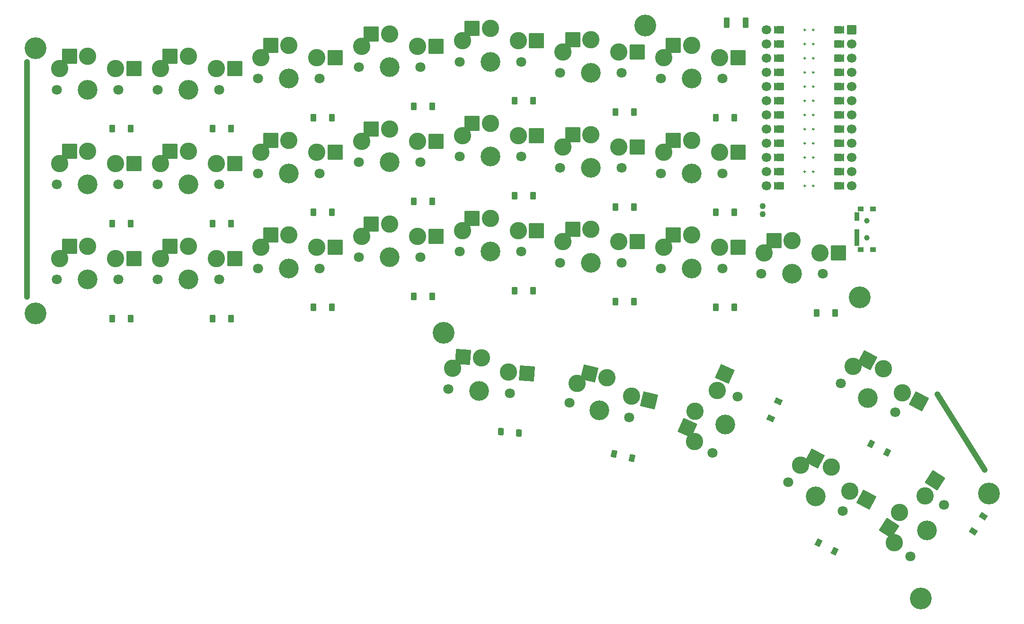
<source format=gbr>
%TF.GenerationSoftware,KiCad,Pcbnew,6.0.7*%
%TF.CreationDate,2022-09-18T19:07:02-04:00*%
%TF.ProjectId,flutter_v2_wren,666c7574-7465-4725-9f76-325f7772656e,v1.0.0*%
%TF.SameCoordinates,Original*%
%TF.FileFunction,Soldermask,Bot*%
%TF.FilePolarity,Negative*%
%FSLAX46Y46*%
G04 Gerber Fmt 4.6, Leading zero omitted, Abs format (unit mm)*
G04 Created by KiCad (PCBNEW 6.0.7) date 2022-09-18 19:07:02*
%MOMM*%
%LPD*%
G01*
G04 APERTURE LIST*
G04 Aperture macros list*
%AMRoundRect*
0 Rectangle with rounded corners*
0 $1 Rounding radius*
0 $2 $3 $4 $5 $6 $7 $8 $9 X,Y pos of 4 corners*
0 Add a 4 corners polygon primitive as box body*
4,1,4,$2,$3,$4,$5,$6,$7,$8,$9,$2,$3,0*
0 Add four circle primitives for the rounded corners*
1,1,$1+$1,$2,$3*
1,1,$1+$1,$4,$5*
1,1,$1+$1,$6,$7*
1,1,$1+$1,$8,$9*
0 Add four rect primitives between the rounded corners*
20,1,$1+$1,$2,$3,$4,$5,0*
20,1,$1+$1,$4,$5,$6,$7,0*
20,1,$1+$1,$6,$7,$8,$9,0*
20,1,$1+$1,$8,$9,$2,$3,0*%
%AMFreePoly0*
4,1,14,0.635355,0.435355,0.650000,0.400000,0.650000,0.200000,0.635355,0.164645,0.035355,-0.435355,0.000000,-0.450000,-0.035355,-0.435355,-0.635355,0.164645,-0.650000,0.200000,-0.650000,0.400000,-0.635355,0.435355,-0.600000,0.450000,0.600000,0.450000,0.635355,0.435355,0.635355,0.435355,$1*%
%AMFreePoly1*
4,1,16,0.635355,1.035355,0.650000,1.000000,0.650000,-0.250000,0.635355,-0.285355,0.600000,-0.300000,-0.600000,-0.300000,-0.635355,-0.285355,-0.650000,-0.250000,-0.650000,1.000000,-0.635355,1.035355,-0.600000,1.050000,-0.564645,1.035355,0.000000,0.470710,0.564645,1.035355,0.600000,1.050000,0.635355,1.035355,0.635355,1.035355,$1*%
G04 Aperture macros list end*
%ADD10C,1.000000*%
%ADD11C,0.250000*%
%ADD12C,0.100000*%
%ADD13C,1.100000*%
%ADD14RoundRect,0.050000X0.450000X0.600000X-0.450000X0.600000X-0.450000X-0.600000X0.450000X-0.600000X0*%
%ADD15RoundRect,0.050000X0.679009X0.318506X-0.115643X0.741031X-0.679009X-0.318506X0.115643X-0.741031X0*%
%ADD16C,3.900000*%
%ADD17C,1.801800*%
%ADD18C,3.100000*%
%ADD19C,3.529000*%
%ADD20RoundRect,0.050000X-1.300000X-1.300000X1.300000X-1.300000X1.300000X1.300000X-1.300000X1.300000X0*%
%ADD21RoundRect,0.050000X0.382241X-1.798302X1.798302X0.382241X-0.382241X1.798302X-1.798302X-0.382241X0*%
%ADD22RoundRect,0.050000X-1.758145X-0.537519X0.537519X-1.758145X1.758145X0.537519X-0.537519X1.758145X0*%
%ADD23RoundRect,0.050000X-1.387517X-1.206150X1.206150X-1.387517X1.387517X1.206150X-1.206150X1.387517X0*%
%ADD24RoundRect,0.050000X-0.500000X-0.400000X0.500000X-0.400000X0.500000X0.400000X-0.500000X0.400000X0*%
%ADD25C,1.000000*%
%ADD26RoundRect,0.050000X-0.350000X-0.750000X0.350000X-0.750000X0.350000X0.750000X-0.350000X0.750000X0*%
%ADD27RoundRect,0.050000X-1.567560X-0.960602X0.960602X-1.567560X1.567560X0.960602X-0.960602X1.567560X0*%
%ADD28RoundRect,0.050000X-0.365096X0.655137X-0.731159X-0.167053X0.365096X-0.655137X0.731159X0.167053X0*%
%ADD29RoundRect,0.050000X0.490758X0.567148X-0.407050X0.629929X-0.490758X-0.567148X0.407050X-0.629929X0*%
%ADD30RoundRect,0.050000X0.658851X-1.716367X1.716367X0.658851X-0.658851X1.716367X-1.716367X-0.658851X0*%
%ADD31RoundRect,0.050000X-0.258115X0.704185X-0.748290X-0.050618X0.258115X-0.704185X0.748290X0.050618X0*%
%ADD32RoundRect,0.050000X0.577634X0.478372X-0.297499X0.688472X-0.577634X-0.478372X0.297499X-0.688472X0*%
%ADD33C,1.700000*%
%ADD34FreePoly0,270.000000*%
%ADD35FreePoly0,90.000000*%
%ADD36RoundRect,0.050000X-0.800000X0.800000X-0.800000X-0.800000X0.800000X-0.800000X0.800000X0.800000X0*%
%ADD37FreePoly1,90.000000*%
%ADD38FreePoly1,270.000000*%
%ADD39RoundRect,0.050000X-0.450000X-0.850000X0.450000X-0.850000X0.450000X0.850000X-0.450000X0.850000X0*%
G04 APERTURE END LIST*
D10*
X151932595Y-20572423D02*
X160432595Y-34072423D01*
X-10822339Y38925536D02*
X-10822339Y-3074464D01*
D11*
%TO.C,MCU1*%
X128363000Y26940000D02*
G75*
G03*
X128363000Y26940000I-125000J0D01*
G01*
X128363000Y34560000D02*
G75*
G03*
X128363000Y34560000I-125000J0D01*
G01*
X129887000Y26940000D02*
G75*
G03*
X129887000Y26940000I-125000J0D01*
G01*
X129887000Y37100000D02*
G75*
G03*
X129887000Y37100000I-125000J0D01*
G01*
X129887000Y24400000D02*
G75*
G03*
X129887000Y24400000I-125000J0D01*
G01*
X129887000Y29480000D02*
G75*
G03*
X129887000Y29480000I-125000J0D01*
G01*
X128363000Y19320000D02*
G75*
G03*
X128363000Y19320000I-125000J0D01*
G01*
X128363000Y21860000D02*
G75*
G03*
X128363000Y21860000I-125000J0D01*
G01*
X128363000Y39640000D02*
G75*
G03*
X128363000Y39640000I-125000J0D01*
G01*
X129887000Y19320000D02*
G75*
G03*
X129887000Y19320000I-125000J0D01*
G01*
X129887000Y21860000D02*
G75*
G03*
X129887000Y21860000I-125000J0D01*
G01*
X129887000Y34560000D02*
G75*
G03*
X129887000Y34560000I-125000J0D01*
G01*
X128363000Y24400000D02*
G75*
G03*
X128363000Y24400000I-125000J0D01*
G01*
X129887000Y32020000D02*
G75*
G03*
X129887000Y32020000I-125000J0D01*
G01*
X129887000Y42180000D02*
G75*
G03*
X129887000Y42180000I-125000J0D01*
G01*
X128363000Y32020000D02*
G75*
G03*
X128363000Y32020000I-125000J0D01*
G01*
X128363000Y29480000D02*
G75*
G03*
X128363000Y29480000I-125000J0D01*
G01*
X129887000Y39640000D02*
G75*
G03*
X129887000Y39640000I-125000J0D01*
G01*
X129887000Y16780000D02*
G75*
G03*
X129887000Y16780000I-125000J0D01*
G01*
X128363000Y37100000D02*
G75*
G03*
X128363000Y37100000I-125000J0D01*
G01*
X128363000Y42180000D02*
G75*
G03*
X128363000Y42180000I-125000J0D01*
G01*
X128363000Y44720000D02*
G75*
G03*
X128363000Y44720000I-125000J0D01*
G01*
X128363000Y16780000D02*
G75*
G03*
X128363000Y16780000I-125000J0D01*
G01*
X129887000Y44720000D02*
G75*
G03*
X129887000Y44720000I-125000J0D01*
G01*
G36*
X123920000Y28972000D02*
G01*
X122904000Y28972000D01*
X122904000Y29988000D01*
X123920000Y29988000D01*
X123920000Y28972000D01*
G37*
D12*
X123920000Y28972000D02*
X122904000Y28972000D01*
X122904000Y29988000D01*
X123920000Y29988000D01*
X123920000Y28972000D01*
G36*
X135096000Y18812000D02*
G01*
X134080000Y18812000D01*
X134080000Y19828000D01*
X135096000Y19828000D01*
X135096000Y18812000D01*
G37*
X135096000Y18812000D02*
X134080000Y18812000D01*
X134080000Y19828000D01*
X135096000Y19828000D01*
X135096000Y18812000D01*
G36*
X123920000Y31512000D02*
G01*
X122904000Y31512000D01*
X122904000Y32528000D01*
X123920000Y32528000D01*
X123920000Y31512000D01*
G37*
X123920000Y31512000D02*
X122904000Y31512000D01*
X122904000Y32528000D01*
X123920000Y32528000D01*
X123920000Y31512000D01*
G36*
X135096000Y23892000D02*
G01*
X134080000Y23892000D01*
X134080000Y24908000D01*
X135096000Y24908000D01*
X135096000Y23892000D01*
G37*
X135096000Y23892000D02*
X134080000Y23892000D01*
X134080000Y24908000D01*
X135096000Y24908000D01*
X135096000Y23892000D01*
G36*
X135096000Y26432000D02*
G01*
X134080000Y26432000D01*
X134080000Y27448000D01*
X135096000Y27448000D01*
X135096000Y26432000D01*
G37*
X135096000Y26432000D02*
X134080000Y26432000D01*
X134080000Y27448000D01*
X135096000Y27448000D01*
X135096000Y26432000D01*
G36*
X123920000Y26432000D02*
G01*
X122904000Y26432000D01*
X122904000Y27448000D01*
X123920000Y27448000D01*
X123920000Y26432000D01*
G37*
X123920000Y26432000D02*
X122904000Y26432000D01*
X122904000Y27448000D01*
X123920000Y27448000D01*
X123920000Y26432000D01*
G36*
X135096000Y34052000D02*
G01*
X134080000Y34052000D01*
X134080000Y35068000D01*
X135096000Y35068000D01*
X135096000Y34052000D01*
G37*
X135096000Y34052000D02*
X134080000Y34052000D01*
X134080000Y35068000D01*
X135096000Y35068000D01*
X135096000Y34052000D01*
G36*
X135096000Y21352000D02*
G01*
X134080000Y21352000D01*
X134080000Y22368000D01*
X135096000Y22368000D01*
X135096000Y21352000D01*
G37*
X135096000Y21352000D02*
X134080000Y21352000D01*
X134080000Y22368000D01*
X135096000Y22368000D01*
X135096000Y21352000D01*
G36*
X123920000Y36592000D02*
G01*
X122904000Y36592000D01*
X122904000Y37608000D01*
X123920000Y37608000D01*
X123920000Y36592000D01*
G37*
X123920000Y36592000D02*
X122904000Y36592000D01*
X122904000Y37608000D01*
X123920000Y37608000D01*
X123920000Y36592000D01*
G36*
X135096000Y41672000D02*
G01*
X134080000Y41672000D01*
X134080000Y42688000D01*
X135096000Y42688000D01*
X135096000Y41672000D01*
G37*
X135096000Y41672000D02*
X134080000Y41672000D01*
X134080000Y42688000D01*
X135096000Y42688000D01*
X135096000Y41672000D01*
G36*
X123920000Y23892000D02*
G01*
X122904000Y23892000D01*
X122904000Y24908000D01*
X123920000Y24908000D01*
X123920000Y23892000D01*
G37*
X123920000Y23892000D02*
X122904000Y23892000D01*
X122904000Y24908000D01*
X123920000Y24908000D01*
X123920000Y23892000D01*
G36*
X123920000Y21352000D02*
G01*
X122904000Y21352000D01*
X122904000Y22368000D01*
X123920000Y22368000D01*
X123920000Y21352000D01*
G37*
X123920000Y21352000D02*
X122904000Y21352000D01*
X122904000Y22368000D01*
X123920000Y22368000D01*
X123920000Y21352000D01*
G36*
X135096000Y16272000D02*
G01*
X134080000Y16272000D01*
X134080000Y17288000D01*
X135096000Y17288000D01*
X135096000Y16272000D01*
G37*
X135096000Y16272000D02*
X134080000Y16272000D01*
X134080000Y17288000D01*
X135096000Y17288000D01*
X135096000Y16272000D01*
G36*
X135096000Y36592000D02*
G01*
X134080000Y36592000D01*
X134080000Y37608000D01*
X135096000Y37608000D01*
X135096000Y36592000D01*
G37*
X135096000Y36592000D02*
X134080000Y36592000D01*
X134080000Y37608000D01*
X135096000Y37608000D01*
X135096000Y36592000D01*
G36*
X123920000Y44212000D02*
G01*
X122904000Y44212000D01*
X122904000Y45228000D01*
X123920000Y45228000D01*
X123920000Y44212000D01*
G37*
X123920000Y44212000D02*
X122904000Y44212000D01*
X122904000Y45228000D01*
X123920000Y45228000D01*
X123920000Y44212000D01*
G36*
X123920000Y39132000D02*
G01*
X122904000Y39132000D01*
X122904000Y40148000D01*
X123920000Y40148000D01*
X123920000Y39132000D01*
G37*
X123920000Y39132000D02*
X122904000Y39132000D01*
X122904000Y40148000D01*
X123920000Y40148000D01*
X123920000Y39132000D01*
G36*
X123920000Y18812000D02*
G01*
X122904000Y18812000D01*
X122904000Y19828000D01*
X123920000Y19828000D01*
X123920000Y18812000D01*
G37*
X123920000Y18812000D02*
X122904000Y18812000D01*
X122904000Y19828000D01*
X123920000Y19828000D01*
X123920000Y18812000D01*
G36*
X135096000Y31512000D02*
G01*
X134080000Y31512000D01*
X134080000Y32528000D01*
X135096000Y32528000D01*
X135096000Y31512000D01*
G37*
X135096000Y31512000D02*
X134080000Y31512000D01*
X134080000Y32528000D01*
X135096000Y32528000D01*
X135096000Y31512000D01*
G36*
X135096000Y44212000D02*
G01*
X134080000Y44212000D01*
X134080000Y45228000D01*
X135096000Y45228000D01*
X135096000Y44212000D01*
G37*
X135096000Y44212000D02*
X134080000Y44212000D01*
X134080000Y45228000D01*
X135096000Y45228000D01*
X135096000Y44212000D01*
G36*
X135096000Y39132000D02*
G01*
X134080000Y39132000D01*
X134080000Y40148000D01*
X135096000Y40148000D01*
X135096000Y39132000D01*
G37*
X135096000Y39132000D02*
X134080000Y39132000D01*
X134080000Y40148000D01*
X135096000Y40148000D01*
X135096000Y39132000D01*
G36*
X123920000Y41672000D02*
G01*
X122904000Y41672000D01*
X122904000Y42688000D01*
X123920000Y42688000D01*
X123920000Y41672000D01*
G37*
X123920000Y41672000D02*
X122904000Y41672000D01*
X122904000Y42688000D01*
X123920000Y42688000D01*
X123920000Y41672000D01*
G36*
X135096000Y28972000D02*
G01*
X134080000Y28972000D01*
X134080000Y29988000D01*
X135096000Y29988000D01*
X135096000Y28972000D01*
G37*
X135096000Y28972000D02*
X134080000Y28972000D01*
X134080000Y29988000D01*
X135096000Y29988000D01*
X135096000Y28972000D01*
G36*
X123920000Y16272000D02*
G01*
X122904000Y16272000D01*
X122904000Y17288000D01*
X123920000Y17288000D01*
X123920000Y16272000D01*
G37*
X123920000Y16272000D02*
X122904000Y16272000D01*
X122904000Y17288000D01*
X123920000Y17288000D01*
X123920000Y16272000D01*
G36*
X123920000Y34052000D02*
G01*
X122904000Y34052000D01*
X122904000Y35068000D01*
X123920000Y35068000D01*
X123920000Y34052000D01*
G37*
X123920000Y34052000D02*
X122904000Y34052000D01*
X122904000Y35068000D01*
X123920000Y35068000D01*
X123920000Y34052000D01*
%TD*%
D13*
%TO.C,*%
X120677661Y13175536D03*
X120677661Y11675536D03*
%TD*%
D14*
%TO.C,D1*%
X7650000Y-7000000D03*
X4350000Y-7000000D03*
%TD*%
%TO.C,D2*%
X7650000Y10000000D03*
X4350000Y10000000D03*
%TD*%
%TO.C,D3*%
X7650000Y27000000D03*
X4350000Y27000000D03*
%TD*%
D15*
%TO.C,D24*%
X143013559Y-30998308D03*
X140099831Y-29449052D03*
%TD*%
D16*
%TO.C,REF\u002A\u002A*%
X63677661Y-9574464D03*
%TD*%
D17*
%TO.C,S2*%
X5500000Y17000000D03*
X-5500000Y17000000D03*
D18*
X0Y22950000D03*
D19*
X0Y17000000D03*
D18*
X0Y22950000D03*
X5000000Y20750000D03*
X-5000000Y20750000D03*
D20*
X-3275000Y22950000D03*
X8275000Y20750000D03*
%TD*%
D18*
%TO.C,S25*%
X145144101Y-41736944D03*
X145144101Y-41736944D03*
X144265981Y-47128502D03*
D17*
X153129706Y-40364858D03*
X147138676Y-49590234D03*
D18*
X149712372Y-38741797D03*
D19*
X150134191Y-44977546D03*
D21*
X143360408Y-44483590D03*
X151496064Y-35995151D03*
%TD*%
D15*
%TO.C,D23*%
X133624127Y-48657260D03*
X130710399Y-47108004D03*
%TD*%
D17*
%TO.C,S7*%
X30500000Y2000000D03*
D18*
X36000000Y7950000D03*
X36000000Y7950000D03*
D19*
X36000000Y2000000D03*
D18*
X41000000Y5750000D03*
D17*
X41500000Y2000000D03*
D18*
X31000000Y5750000D03*
D20*
X32725000Y7950000D03*
X44275000Y5750000D03*
%TD*%
D18*
%TO.C,S17*%
X85000000Y23750000D03*
D19*
X90000000Y20000000D03*
D18*
X95000000Y23750000D03*
X90000000Y25950000D03*
X90000000Y25950000D03*
D17*
X84500000Y20000000D03*
X95500000Y20000000D03*
D20*
X86725000Y25950000D03*
X98275000Y23750000D03*
%TD*%
D16*
%TO.C,REF\u002A\u002A*%
X99677661Y45483540D03*
%TD*%
D17*
%TO.C,S14*%
X77500000Y22000000D03*
D19*
X72000000Y22000000D03*
D18*
X72000000Y27950000D03*
D17*
X66500000Y22000000D03*
D18*
X67000000Y25750000D03*
X77000000Y25750000D03*
X72000000Y27950000D03*
D20*
X68725000Y27950000D03*
X80275000Y25750000D03*
%TD*%
D19*
%TO.C,S11*%
X54000000Y21000000D03*
D18*
X49000000Y24750000D03*
D17*
X48500000Y21000000D03*
D18*
X59000000Y24750000D03*
X54000000Y26950000D03*
D17*
X59500000Y21000000D03*
D18*
X54000000Y26950000D03*
D20*
X50725000Y26950000D03*
X62275000Y24750000D03*
%TD*%
D14*
%TO.C,D17*%
X97650000Y13000000D03*
X94350000Y13000000D03*
%TD*%
D17*
%TO.C,S8*%
X30500000Y19000000D03*
X41500000Y19000000D03*
D18*
X36000000Y24950000D03*
X31000000Y22750000D03*
X36000000Y24950000D03*
X41000000Y22750000D03*
D19*
X36000000Y19000000D03*
D20*
X32725000Y24950000D03*
X44275000Y22750000D03*
%TD*%
D16*
%TO.C,REF\u002A\u002A*%
X-9322339Y-6074464D03*
%TD*%
D18*
%TO.C,S18*%
X90000000Y42950000D03*
X90000000Y42950000D03*
D17*
X95500000Y37000000D03*
D18*
X95000000Y40750000D03*
D17*
X84500000Y37000000D03*
D18*
X85000000Y40750000D03*
D19*
X90000000Y37000000D03*
D20*
X86725000Y42950000D03*
X98275000Y40750000D03*
%TD*%
D17*
%TO.C,S6*%
X12500000Y34000000D03*
D18*
X23000000Y37750000D03*
D17*
X23500000Y34000000D03*
D18*
X18000000Y39950000D03*
X18000000Y39950000D03*
D19*
X18000000Y34000000D03*
D18*
X13000000Y37750000D03*
D20*
X14725000Y39950000D03*
X26275000Y37750000D03*
%TD*%
D16*
%TO.C,REF\u002A\u002A*%
X138054479Y-3222702D03*
%TD*%
D14*
%TO.C,D11*%
X61650000Y14000000D03*
X58350000Y14000000D03*
%TD*%
D16*
%TO.C,REF\u002A\u002A*%
X149005076Y-57092882D03*
%TD*%
D14*
%TO.C,D19*%
X115650000Y-5000000D03*
X112350000Y-5000000D03*
%TD*%
D18*
%TO.C,S4*%
X18000000Y5950000D03*
D17*
X12500000Y0D03*
D18*
X23000000Y3750000D03*
D17*
X23500000Y0D03*
D19*
X18000000Y0D03*
D18*
X13000000Y3750000D03*
X18000000Y5950000D03*
D20*
X14725000Y5950000D03*
X26275000Y3750000D03*
%TD*%
D18*
%TO.C,S24*%
X142338666Y-15972679D03*
D19*
X139545310Y-21226217D03*
D17*
X134689098Y-18644123D03*
D18*
X142338666Y-15972679D03*
X145720566Y-20262521D03*
X136891090Y-15567806D03*
D17*
X144401522Y-23808311D03*
D22*
X139447012Y-14435159D03*
X148612220Y-21800041D03*
%TD*%
D14*
%TO.C,D20*%
X115650000Y12000000D03*
X112350000Y12000000D03*
%TD*%
D17*
%TO.C,S10*%
X48500000Y4000000D03*
X59500000Y4000000D03*
D18*
X59000000Y7750000D03*
D19*
X54000000Y4000000D03*
D18*
X49000000Y7750000D03*
X54000000Y9950000D03*
X54000000Y9950000D03*
D20*
X50725000Y9950000D03*
X62275000Y7750000D03*
%TD*%
D18*
%TO.C,S3*%
X0Y39950000D03*
D17*
X5500000Y34000000D03*
D18*
X-5000000Y37750000D03*
X0Y39950000D03*
X5000000Y37750000D03*
D19*
X0Y34000000D03*
D17*
X-5500000Y34000000D03*
D20*
X-3275000Y39950000D03*
X8275000Y37750000D03*
%TD*%
D18*
%TO.C,S27*%
X65273767Y-15910352D03*
D17*
X75486602Y-20383661D03*
D18*
X75249407Y-16607917D03*
X70415051Y-14064494D03*
D19*
X70000000Y-20000000D03*
D18*
X70415051Y-14064494D03*
D17*
X64513398Y-19616339D03*
D23*
X67148029Y-13836041D03*
X78516429Y-16836370D03*
%TD*%
D18*
%TO.C,S13*%
X77000000Y8750000D03*
X72000000Y10950000D03*
X72000000Y10950000D03*
D17*
X66500000Y5000000D03*
X77500000Y5000000D03*
D18*
X67000000Y8750000D03*
D19*
X72000000Y5000000D03*
D20*
X68725000Y10950000D03*
X80275000Y8750000D03*
%TD*%
D14*
%TO.C,D18*%
X97650000Y30000000D03*
X94350000Y30000000D03*
%TD*%
D18*
%TO.C,S21*%
X103000000Y39750000D03*
X108000000Y41950000D03*
D17*
X113500000Y36000000D03*
D18*
X113000000Y39750000D03*
X108000000Y41950000D03*
D17*
X102500000Y36000000D03*
D19*
X108000000Y36000000D03*
D20*
X104725000Y41950000D03*
X116275000Y39750000D03*
%TD*%
D18*
%TO.C,S20*%
X108000000Y24950000D03*
D17*
X102500000Y19000000D03*
D18*
X113000000Y22750000D03*
X103000000Y22750000D03*
D17*
X113500000Y19000000D03*
D18*
X108000000Y24950000D03*
D19*
X108000000Y19000000D03*
D20*
X104725000Y24950000D03*
X116275000Y22750000D03*
%TD*%
D14*
%TO.C,D10*%
X61650000Y-3000000D03*
X58350000Y-3000000D03*
%TD*%
%TO.C,D13*%
X79650000Y-2000000D03*
X76350000Y-2000000D03*
%TD*%
%TO.C,D15*%
X79650000Y32000000D03*
X76350000Y32000000D03*
%TD*%
D24*
%TO.C,*%
X138220000Y5350000D03*
D25*
X139330000Y10500000D03*
D24*
X140430000Y12650000D03*
D25*
X139330000Y10500000D03*
D24*
X140430000Y5350000D03*
D25*
X139330000Y7500000D03*
D24*
X138220000Y12650000D03*
D25*
X139330000Y7500000D03*
D26*
X137570000Y11250000D03*
X137570000Y8250000D03*
X137570000Y6750000D03*
%TD*%
D14*
%TO.C,D26*%
X133650000Y-6000000D03*
X130350000Y-6000000D03*
%TD*%
D18*
%TO.C,S15*%
X72000000Y44950000D03*
D17*
X77500000Y39000000D03*
D19*
X72000000Y39000000D03*
D18*
X77000000Y42750000D03*
X67000000Y42750000D03*
X72000000Y44950000D03*
D17*
X66500000Y39000000D03*
D20*
X68725000Y44950000D03*
X80275000Y42750000D03*
%TD*%
D14*
%TO.C,D4*%
X25650000Y-7000000D03*
X22350000Y-7000000D03*
%TD*%
D19*
%TO.C,S5*%
X18000000Y17000000D03*
D18*
X18000000Y22950000D03*
D17*
X12500000Y17000000D03*
D18*
X13000000Y20750000D03*
X23000000Y20750000D03*
D17*
X23500000Y17000000D03*
D18*
X18000000Y22950000D03*
D20*
X14725000Y22950000D03*
X26275000Y20750000D03*
%TD*%
D19*
%TO.C,S9*%
X36000000Y36000000D03*
D18*
X36000000Y41950000D03*
X31000000Y39750000D03*
D17*
X30500000Y36000000D03*
D18*
X36000000Y41950000D03*
D17*
X41500000Y36000000D03*
D18*
X41000000Y39750000D03*
D20*
X32725000Y41950000D03*
X44275000Y39750000D03*
%TD*%
D14*
%TO.C,D7*%
X43650000Y-5000000D03*
X40350000Y-5000000D03*
%TD*%
D18*
%TO.C,S16*%
X90000000Y8950000D03*
D19*
X90000000Y3000000D03*
D18*
X90000000Y8950000D03*
D17*
X84500000Y3000000D03*
X95500000Y3000000D03*
D18*
X85000000Y6750000D03*
X95000000Y6750000D03*
D20*
X86725000Y8950000D03*
X98275000Y6750000D03*
%TD*%
D18*
%TO.C,S28*%
X87513571Y-18586386D03*
D17*
X86151965Y-22116050D03*
D19*
X91500000Y-23400000D03*
D18*
X92889000Y-17614399D03*
D17*
X96848035Y-24683950D03*
D18*
X92889000Y-17614399D03*
X97237270Y-20920840D03*
D27*
X89704488Y-16849865D03*
X100421781Y-21685373D03*
%TD*%
D14*
%TO.C,D16*%
X97650000Y-4000000D03*
X94350000Y-4000000D03*
%TD*%
%TO.C,D8*%
X43650000Y12000000D03*
X40350000Y12000000D03*
%TD*%
D28*
%TO.C,D22*%
X123506353Y-21858534D03*
X122164123Y-24873234D03*
%TD*%
D29*
%TO.C,D27*%
X77143070Y-27516585D03*
X73851108Y-27286389D03*
%TD*%
D18*
%TO.C,S22*%
X108564405Y-23579917D03*
X108540521Y-29042465D03*
X108564405Y-23579917D03*
X112607888Y-19907010D03*
D17*
X116237052Y-20975500D03*
D19*
X114000000Y-26000000D03*
D17*
X111762948Y-31024500D03*
D30*
X107232342Y-26571778D03*
X113939950Y-16915149D03*
%TD*%
D31*
%TO.C,D25*%
X160171373Y-42374190D03*
X158374065Y-45141802D03*
%TD*%
D16*
%TO.C,REF\u002A\u002A*%
X-9322339Y41425536D03*
%TD*%
D32*
%TO.C,D28*%
X97304512Y-31992447D03*
X94095692Y-31222077D03*
%TD*%
D14*
%TO.C,D21*%
X115650000Y29000000D03*
X112350000Y29000000D03*
%TD*%
%TO.C,D9*%
X43650000Y29000000D03*
X40350000Y29000000D03*
%TD*%
%TO.C,D12*%
X61650000Y31000000D03*
X58350000Y31000000D03*
%TD*%
D18*
%TO.C,S12*%
X54000000Y43950000D03*
X54000000Y43950000D03*
D19*
X54000000Y38000000D03*
D18*
X59000000Y41750000D03*
X49000000Y41750000D03*
D17*
X48500000Y38000000D03*
X59500000Y38000000D03*
D20*
X50725000Y43950000D03*
X62275000Y41750000D03*
%TD*%
D16*
%TO.C,REF\u002A\u002A*%
X161177661Y-38318191D03*
%TD*%
D14*
%TO.C,D5*%
X25650000Y10000000D03*
X22350000Y10000000D03*
%TD*%
D33*
%TO.C,MCU1*%
X121380000Y29480000D03*
X136620000Y26940000D03*
X136620000Y44720000D03*
X136620000Y24400000D03*
X121380000Y24400000D03*
D34*
X134842000Y32020000D03*
D35*
X123158000Y34560000D03*
D34*
X134842000Y29480000D03*
X134842000Y42180000D03*
D33*
X136620000Y37100000D03*
D35*
X123158000Y26940000D03*
X123158000Y16780000D03*
D33*
X121380000Y34560000D03*
D34*
X134842000Y44720000D03*
X134842000Y26940000D03*
X134842000Y21860000D03*
D33*
X121380000Y37100000D03*
X136620000Y19320000D03*
X121380000Y42180000D03*
X136620000Y42180000D03*
D34*
X134842000Y34560000D03*
D35*
X123158000Y24400000D03*
D33*
X136620000Y32020000D03*
X136620000Y29480000D03*
D34*
X134842000Y24400000D03*
D33*
X121380000Y32020000D03*
D35*
X123158000Y37100000D03*
X123158000Y19320000D03*
X123158000Y42180000D03*
X123158000Y39640000D03*
D34*
X134842000Y37100000D03*
D33*
X136620000Y21860000D03*
X136620000Y39640000D03*
X121380000Y19320000D03*
D35*
X123158000Y32020000D03*
D33*
X121380000Y16780000D03*
D36*
X136620000Y44720000D03*
D33*
X121380000Y26940000D03*
X121380000Y44720000D03*
D34*
X134842000Y19320000D03*
D33*
X121380000Y21860000D03*
D35*
X123158000Y29480000D03*
X123158000Y44720000D03*
D34*
X134842000Y39640000D03*
D33*
X136620000Y34560000D03*
D35*
X123158000Y21860000D03*
D33*
X121380000Y39640000D03*
X136620000Y16780000D03*
D34*
X134842000Y16780000D03*
D37*
X124174000Y44720000D03*
X124174000Y42180000D03*
X124174000Y39640000D03*
X124174000Y37100000D03*
X124174000Y34560000D03*
X124174000Y32020000D03*
X124174000Y29480000D03*
X124174000Y26940000D03*
X124174000Y24400000D03*
X124174000Y21860000D03*
X124174000Y19320000D03*
X124174000Y16780000D03*
D38*
X133826000Y16780000D03*
X133826000Y19320000D03*
X133826000Y21860000D03*
X133826000Y24400000D03*
X133826000Y26940000D03*
X133826000Y29480000D03*
X133826000Y32020000D03*
X133826000Y34560000D03*
X133826000Y37100000D03*
X133826000Y39640000D03*
X133826000Y42180000D03*
X133826000Y44720000D03*
%TD*%
D39*
%TO.C,*%
X114300000Y46000000D03*
X117700000Y46000000D03*
%TD*%
D17*
%TO.C,S19*%
X113500000Y2000000D03*
D18*
X108000000Y7950000D03*
X113000000Y5750000D03*
X108000000Y7950000D03*
X103000000Y5750000D03*
D19*
X108000000Y2000000D03*
D17*
X102500000Y2000000D03*
D20*
X104725000Y7950000D03*
X116275000Y5750000D03*
%TD*%
D14*
%TO.C,D14*%
X79650000Y15000000D03*
X76350000Y15000000D03*
%TD*%
D18*
%TO.C,S26*%
X126000000Y6950000D03*
D17*
X131500000Y1000000D03*
D18*
X131000000Y4750000D03*
D19*
X126000000Y1000000D03*
D18*
X121000000Y4750000D03*
X126000000Y6950000D03*
D17*
X120500000Y1000000D03*
D20*
X122725000Y6950000D03*
X134275000Y4750000D03*
%TD*%
D14*
%TO.C,D6*%
X25650000Y27000000D03*
X22350000Y27000000D03*
%TD*%
D19*
%TO.C,S1*%
X0Y0D03*
D17*
X-5500000Y0D03*
D18*
X5000000Y3750000D03*
D17*
X5500000Y0D03*
D18*
X0Y5950000D03*
X0Y5950000D03*
X-5000000Y3750000D03*
D20*
X-3275000Y5950000D03*
X8275000Y3750000D03*
%TD*%
D17*
%TO.C,S23*%
X125299667Y-36303075D03*
D19*
X130155879Y-38885169D03*
D18*
X127501659Y-33226758D03*
X132949235Y-33631631D03*
D17*
X135012091Y-41467263D03*
D18*
X132949235Y-33631631D03*
X136331135Y-37921473D03*
D22*
X130057581Y-32094111D03*
X139222789Y-39458993D03*
%TD*%
M02*

</source>
